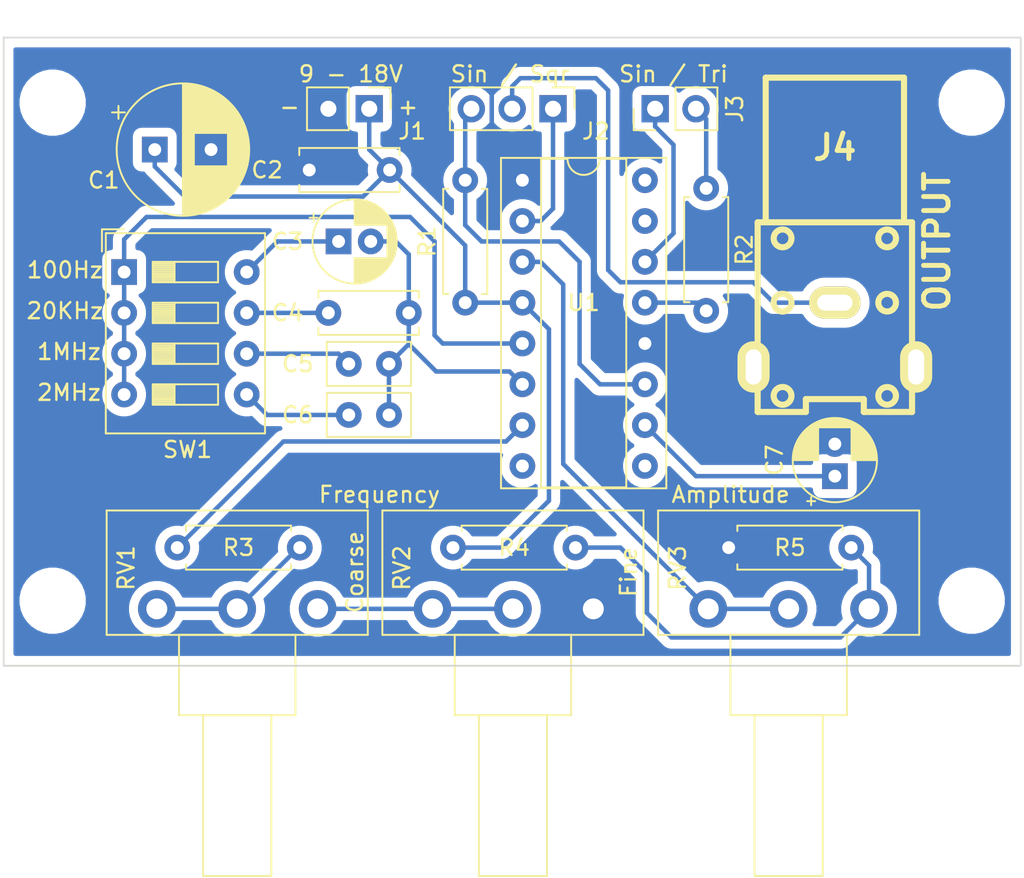
<source format=kicad_pcb>
(kicad_pcb (version 20211014) (generator pcbnew)
  (title_block (title "XR2206 1Hz - 2MHz Function Generator") (date "2022-12-04") (rev "v02.2") (comment 2 "https://www.gnu.org/licenses/gpl.html") (comment 3 "License: GNU General Public License (GPL) version 3") (comment 4 "Author: Poly Electronics"))
  (layers (0 "F.Cu" signal) (31 "B.Cu" signal) (34 "B.Paste" user) (35 "F.Paste" user) (36 "B.SilkS" user "B.Silkscreen") (37 "F.SilkS" user "F.Silkscreen") (38 "B.Mask" user) (39 "F.Mask" user) (44 "Edge.Cuts" user))
  (net 0 "")
  (net 1 "GND")
  (net 2 "+BATT")
  (net 3 "Net-(C3-Pad2)")
  (net 4 "Net-(C3-Pad1)")
  (net 5 "Net-(C4-Pad1)")
  (net 6 "Net-(C5-Pad1)")
  (net 7 "Net-(C6-Pad1)")
  (net 8 "Net-(C7-Pad1)")
  (net 9 "Net-(J2-Pad3)")
  (net 10 "Net-(J2-Pad2)")
  (net 11 "Net-(J2-Pad1)")
  (net 12 "Net-(J3-Pad2)")
  (net 13 "Net-(J3-Pad1)")
  (net 14 "Net-(R2-Pad2)")
  (net 15 "Net-(R3-Pad2)")
  (net 16 "Net-(R3-Pad1)")
  (net 17 "Net-(R4-Pad2)")
  (net 18 "Net-(RV1-Pad3)")
  (net 19 "Net-(RV3-Pad1)")
  (net 20 "Net-(SW1-Pad1)")
  (net 21 "Net-(U1-Pad16)")
  (net 22 "Net-(U1-Pad8)")
  (net 23 "Net-(U1-Pad15)")
  (net 24 "Net-(U1-Pad9)")
  (footprint "Capacitor_THT:CP_Radial_D8.0mm_P3.50mm" (layer "F.Cu") (at 128.524 89.535)
    (fp_text reference "C1" (at -3.175 1.905) (layer "F.SilkS"))
    (fp_text value "100u")
    (pad "1" thru_hole rect locked (at 0 0) (size 1.6 1.6) (drill 0.8) (layers *.Cu *.Mask) (net 2 "+BATT"))
    (pad "2" thru_hole circle locked (at 3.5 0) (size 1.6 1.6) (drill 0.8) (layers *.Cu *.Mask) (net 1 "GND"))
  )
  (footprint "Capacitor_THT:CP_Radial_D5.0mm_P2.00mm" (layer "F.Cu") (at 139.954 95.25)
    (fp_text reference "C3" (at -3.175 0) (layer "F.SilkS"))
    (fp_text value "10u")
    (pad "1" thru_hole rect locked (at 0 0) (size 1.6 1.6) (drill 0.8) (layers *.Cu *.Mask) (net 4 "Net-(C3-Pad1)"))
    (pad "2" thru_hole circle locked (at 2 0) (size 1.6 1.6) (drill 0.8) (layers *.Cu *.Mask) (net 3 "Net-(C3-Pad2)"))
  )
  (footprint "Capacitor_THT:C_Disc_D6.0mm_W2.5mm_P5.00mm" (layer "F.Cu") (at 139.319 99.695)
    (fp_text reference "C4" (at -2.54 0) (layer "F.SilkS"))
    (fp_text value "100n")
    (pad "1" thru_hole circle locked (at 0 0) (size 1.6 1.6) (drill 0.8) (layers *.Cu *.Mask) (net 5 "Net-(C4-Pad1)"))
    (pad "2" thru_hole circle locked (at 5 0) (size 1.6 1.6) (drill 0.8) (layers *.Cu *.Mask) (net 3 "Net-(C3-Pad2)"))
  )
  (footprint "Capacitor_THT:C_Disc_D5.0mm_W2.5mm_P2.50mm" (layer "F.Cu") (at 140.589 102.87)
    (fp_text reference "C5" (at -3.175 0) (layer "F.SilkS"))
    (fp_text value "1n")
    (pad "1" thru_hole circle locked (at 0 0) (size 1.6 1.6) (drill 0.8) (layers *.Cu *.Mask) (net 6 "Net-(C5-Pad1)"))
    (pad "2" thru_hole circle locked (at 2.5 0) (size 1.6 1.6) (drill 0.8) (layers *.Cu *.Mask) (net 3 "Net-(C3-Pad2)"))
  )
  (footprint "Capacitor_THT:C_Disc_D5.0mm_W2.5mm_P2.50mm" (layer "F.Cu") (at 140.589 106.045)
    (fp_text reference "C6" (at -3.175 0) (layer "F.SilkS"))
    (fp_text value "150p")
    (pad "1" thru_hole circle locked (at 0 0) (size 1.6 1.6) (drill 0.8) (layers *.Cu *.Mask) (net 7 "Net-(C6-Pad1)"))
    (pad "2" thru_hole circle locked (at 2.5 0) (size 1.6 1.6) (drill 0.8) (layers *.Cu *.Mask) (net 3 "Net-(C3-Pad2)"))
  )
  (footprint "Capacitor_THT:CP_Radial_D5.0mm_P2.00mm" (layer "F.Cu") (at 170.815 109.855 90)
    (fp_text reference "C7" (at 1 -3.75 90) (layer "F.SilkS"))
    (fp_text value "10u")
    (pad "1" thru_hole rect locked (at 0 0 90) (size 1.6 1.6) (drill 0.8) (layers *.Cu *.Mask) (net 8 "Net-(C7-Pad1)"))
    (pad "2" thru_hole circle locked (at 2 0 90) (size 1.6 1.6) (drill 0.8) (layers *.Cu *.Mask) (net 1 "GND"))
  )
  (footprint "Connector_PinHeader_2.54mm:PinHeader_1x02_P2.54mm_Vertical" (layer "F.Cu") (at 141.859 86.995 -90)
    (fp_text reference "J1" (at 1.397 -2.667 180) (layer "F.SilkS"))
    (fp_text value "POWER")
    (pad "1" thru_hole rect locked (at 0 0 270) (size 1.7 1.7) (drill 1) (layers *.Cu *.Mask) (net 2 "+BATT"))
    (pad "2" thru_hole oval locked (at 0 2.54 270) (size 1.7 1.7) (drill 1) (layers *.Cu *.Mask) (net 1 "GND"))
  )
  (footprint "Connector_PinHeader_2.54mm:PinHeader_1x03_P2.54mm_Vertical" (layer "F.Cu") (at 153.289 86.995 -90)
    (fp_text reference "J2" (at 1.397 -2.667 180) (layer "F.SilkS"))
    (fp_text value "Conn_01x03_Male")
    (pad "1" thru_hole rect locked (at 0 0 270) (size 1.7 1.7) (drill 1) (layers *.Cu *.Mask) (net 11 "Net-(J2-Pad1)"))
    (pad "2" thru_hole oval locked (at 0 2.54 270) (size 1.7 1.7) (drill 1) (layers *.Cu *.Mask) (net 10 "Net-(J2-Pad2)"))
    (pad "3" thru_hole oval locked (at 0 5.08 270) (size 1.7 1.7) (drill 1) (layers *.Cu *.Mask) (net 9 "Net-(J2-Pad3)"))
  )
  (footprint "Connector_Audio:rca_yellow" (layer "F.Cu") (at 170.815 99.06 180)
    (fp_text reference "J4" (at 0 9.652) (layer "F.SilkS") (effects (font (size 1.524 1.524) (thickness 0.3048))))
    (fp_text value "OUTPUT" (at -6.35 3.81 90) (layer "F.SilkS") (effects (font (size 1.524 1.524) (thickness 0.3048))))
    (pad "1" thru_hole oval locked (at 0 0 180) (size 3.19786 1.99898) (drill oval 2.1971 0.99568) (layers *.Cu *.Mask "F.SilkS") (net 10 "Net-(J2-Pad2)"))
    (pad "2" thru_hole oval locked (at 5.0546 -3.99796 180) (size 1.99898 3.19786) (drill oval 0.99568 2.1971) (layers *.Cu *.Mask "F.SilkS") (net 1 "GND"))
    (pad "2" thru_hole oval locked (at -5.0546 -3.99796 180) (size 1.99898 3.19786) (drill oval 0.99568 2.1971) (layers *.Cu *.Mask "F.SilkS") (net 1 "GND"))
  )
  (footprint "Resistor_THT:R_Axial_DIN0207_L6.3mm_D2.5mm_P7.62mm_Horizontal" (layer "F.Cu") (at 147.828 99.06 90)
    (fp_text reference "R1" (at 3.81 -2.37 90) (layer "F.SilkS"))
    (fp_text value "10K")
    (pad "1" thru_hole circle locked (at 0 0 90) (size 1.6 1.6) (drill 0.8) (layers *.Cu *.Mask) (net 2 "+BATT"))
    (pad "2" thru_hole oval locked (at 7.62 0 90) (size 1.6 1.6) (drill 0.8) (layers *.Cu *.Mask) (net 9 "Net-(J2-Pad3)"))
  )
  (footprint "Resistor_THT:R_Axial_DIN0207_L6.3mm_D2.5mm_P7.62mm_Horizontal" (layer "F.Cu") (at 162.814 91.948 -90)
    (fp_text reference "R2" (at 3.81 -2.37 90) (layer "F.SilkS"))
    (fp_text value "1K")
    (pad "1" thru_hole circle locked (at 0 0 270) (size 1.6 1.6) (drill 0.8) (layers *.Cu *.Mask) (net 12 "Net-(J3-Pad2)"))
    (pad "2" thru_hole oval locked (at 7.62 0 270) (size 1.6 1.6) (drill 0.8) (layers *.Cu *.Mask) (net 14 "Net-(R2-Pad2)"))
  )
  (footprint "Resistor_THT:R_Axial_DIN0207_L6.3mm_D2.5mm_P7.62mm_Horizontal" (layer "F.Cu") (at 129.921 114.3)
    (fp_text reference "R3" (at 3.81 0) (layer "F.SilkS"))
    (fp_text value "5K1")
    (pad "1" thru_hole circle locked (at 0 0) (size 1.6 1.6) (drill 0.8) (layers *.Cu *.Mask) (net 16 "Net-(R3-Pad1)"))
    (pad "2" thru_hole oval locked (at 7.62 0) (size 1.6 1.6) (drill 0.8) (layers *.Cu *.Mask) (net 15 "Net-(R3-Pad2)"))
  )
  (footprint "Resistor_THT:R_Axial_DIN0207_L6.3mm_D2.5mm_P7.62mm_Horizontal" (layer "F.Cu") (at 147.066 114.3)
    (fp_text reference "R4" (at 3.81 0) (layer "F.SilkS"))
    (fp_text value "5K1")
    (pad "1" thru_hole circle locked (at 0 0) (size 1.6 1.6) (drill 0.8) (layers *.Cu *.Mask) (net 2 "+BATT"))
    (pad "2" thru_hole oval locked (at 7.62 0) (size 1.6 1.6) (drill 0.8) (layers *.Cu *.Mask) (net 17 "Net-(R4-Pad2)"))
  )
  (footprint "Resistor_THT:R_Axial_DIN0207_L6.3mm_D2.5mm_P7.62mm_Horizontal" (layer "F.Cu") (at 171.831 114.3 180)
    (fp_text reference "R5" (at 3.81 0) (layer "F.SilkS"))
    (fp_text value "5K1")
    (pad "1" thru_hole circle locked (at 0 0 180) (size 1.6 1.6) (drill 0.8) (layers *.Cu *.Mask) (net 17 "Net-(R4-Pad2)"))
    (pad "2" thru_hole oval locked (at 7.62 0 180) (size 1.6 1.6) (drill 0.8) (layers *.Cu *.Mask) (net 1 "GND"))
  )
  (footprint "Potentiometer_THT:Potentiometer_Piher_T-16H_Single_Horizontal" (layer "F.Cu") (at 128.651 118.11 -90)
    (fp_text reference "RV1" (at -2.54 1.905 -90) (layer "F.SilkS"))
    (fp_text value "50K")
    (pad "1" thru_hole circle locked (at 0 0 270) (size 2.34 2.34) (drill 1.3) (layers *.Cu *.Mask) (net 15 "Net-(R3-Pad2)"))
    (pad "2" thru_hole circle locked (at 0 -5 270) (size 2.34 2.34) (drill 1.3) (layers *.Cu *.Mask) (net 15 "Net-(R3-Pad2)"))
    (pad "3" thru_hole circle locked (at 0 -10 270) (size 2.34 2.34) (drill 1.3) (layers *.Cu *.Mask) (net 18 "Net-(RV1-Pad3)"))
  )
  (footprint "Potentiometer_THT:Potentiometer_Piher_T-16H_Single_Horizontal" (layer "F.Cu") (at 145.796 118.11 -90)
    (fp_text reference "RV2" (at -2.54 1.905 90) (layer "F.SilkS"))
    (fp_text value "100K")
    (pad "1" thru_hole circle locked (at 0 0 270) (size 2.34 2.34) (drill 1.3) (layers *.Cu *.Mask) (net 18 "Net-(RV1-Pad3)"))
    (pad "2" thru_hole circle locked (at 0 -5 270) (size 2.34 2.34) (drill 1.3) (layers *.Cu *.Mask) (net 18 "Net-(RV1-Pad3)"))
    (pad "3" thru_hole circle locked (at 0 -10 270) (size 2.34 2.34) (drill 1.3) (layers *.Cu *.Mask) (net 1 "GND"))
  )
  (footprint "Potentiometer_THT:Potentiometer_Piher_T-16H_Single_Horizontal" (layer "F.Cu") (at 162.941 118.11 -90)
    (fp_text reference "RV3" (at -2.54 1.905 90) (layer "F.SilkS"))
    (fp_text value "100K")
    (pad "1" thru_hole circle locked (at 0 0 270) (size 2.34 2.34) (drill 1.3) (layers *.Cu *.Mask) (net 19 "Net-(RV3-Pad1)"))
    (pad "2" thru_hole circle locked (at 0 -5 270) (size 2.34 2.34) (drill 1.3) (layers *.Cu *.Mask) (net 19 "Net-(RV3-Pad1)"))
    (pad "3" thru_hole circle locked (at 0 -10 270) (size 2.34 2.34) (drill 1.3) (layers *.Cu *.Mask) (net 17 "Net-(R4-Pad2)"))
  )
  (footprint "Button_Switch_THT:SW_DIP_SPSTx04_Slide_9.78x12.34mm_W7.62mm_P2.54mm" (layer "F.Cu") (at 126.619 97.155)
    (fp_text reference "SW1" (at 3.937 11.049) (layer "F.SilkS"))
    (fp_text value "SW_DIP_x04")
    (pad "1" thru_hole rect locked (at 0 0) (size 1.6 1.6) (drill 0.8) (layers *.Cu *.Mask) (net 20 "Net-(SW1-Pad1)"))
    (pad "2" thru_hole oval locked (at 0 2.54) (size 1.6 1.6) (drill 0.8) (layers *.Cu *.Mask) (net 20 "Net-(SW1-Pad1)"))
    (pad "3" thru_hole oval locked (at 0 5.08) (size 1.6 1.6) (drill 0.8) (layers *.Cu *.Mask) (net 20 "Net-(SW1-Pad1)"))
    (pad "4" thru_hole oval locked (at 0 7.62) (size 1.6 1.6) (drill 0.8) (layers *.Cu *.Mask) (net 20 "Net-(SW1-Pad1)"))
    (pad "5" thru_hole oval locked (at 7.62 7.62) (size 1.6 1.6) (drill 0.8) (layers *.Cu *.Mask) (net 7 "Net-(C6-Pad1)"))
    (pad "6" thru_hole oval locked (at 7.62 5.08) (size 1.6 1.6) (drill 0.8) (layers *.Cu *.Mask) (net 6 "Net-(C5-Pad1)"))
    (pad "7" thru_hole oval locked (at 7.62 2.54) (size 1.6 1.6) (drill 0.8) (layers *.Cu *.Mask) (net 5 "Net-(C4-Pad1)"))
    (pad "8" thru_hole oval locked (at 7.62 0) (size 1.6 1.6) (drill 0.8) (layers *.Cu *.Mask) (net 4 "Net-(C3-Pad1)"))
  )
  (footprint "Package_DIP:DIP-16_W7.62mm_Socket" (layer "F.Cu") (at 151.384 91.44)
    (fp_text reference "U1" (at 3.81 7.62) (layer "F.SilkS"))
    (fp_text value "XR2206CP-F")
    (pad "1" thru_hole rect locked (at 0 0) (size 1.6 1.6) (drill 0.8) (layers *.Cu *.Mask) (net 1 "GND"))
    (pad "2" thru_hole oval locked (at 0 2.54) (size 1.6 1.6) (drill 0.8) (layers *.Cu *.Mask) (net 11 "Net-(J2-Pad1)"))
    (pad "3" thru_hole oval locked (at 0 5.08) (size 1.6 1.6) (drill 0.8) (layers *.Cu *.Mask) (net 19 "Net-(RV3-Pad1)"))
    (pad "4" thru_hole oval locked (at 0 7.62) (size 1.6 1.6) (drill 0.8) (layers *.Cu *.Mask) (net 2 "+BATT"))
    (pad "5" thru_hole oval locked (at 0 10.16) (size 1.6 1.6) (drill 0.8) (layers *.Cu *.Mask) (net 20 "Net-(SW1-Pad1)"))
    (pad "6" thru_hole oval locked (at 0 12.7) (size 1.6 1.6) (drill 0.8) (layers *.Cu *.Mask) (net 3 "Net-(C3-Pad2)"))
    (pad "7" thru_hole oval locked (at 0 15.24) (size 1.6 1.6) (drill 0.8) (layers *.Cu *.Mask) (net 16 "Net-(R3-Pad1)"))
    (pad "8" thru_hole oval locked (at 0 17.78) (size 1.6 1.6) (drill 0.8) (layers *.Cu *.Mask) (net 22 "Net-(U1-Pad8)"))
    (pad "9" thru_hole oval locked (at 7.62 17.78) (size 1.6 1.6) (drill 0.8) (layers *.Cu *.Mask) (net 24 "Net-(U1-Pad9)"))
    (pad "10" thru_hole oval locked (at 7.62 15.24) (size 1.6 1.6) (drill 0.8) (layers *.Cu *.Mask) (net 8 "Net-(C7-Pad1)"))
    (pad "11" thru_hole oval locked (at 7.62 12.7) (size 1.6 1.6) (drill 0.8) (layers *.Cu *.Mask) (net 9 "Net-(J2-Pad3)"))
    (pad "12" thru_hole oval locked (at 7.62 10.16) (size 1.6 1.6) (drill 0.8) (layers *.Cu *.Mask) (net 1 "GND"))
    (pad "13" thru_hole oval locked (at 7.62 7.62) (size 1.6 1.6) (drill 0.8) (layers *.Cu *.Mask) (net 14 "Net-(R2-Pad2)"))
    (pad "14" thru_hole oval locked (at 7.62 5.08) (size 1.6 1.6) (drill 0.8) (layers *.Cu *.Mask) (net 13 "Net-(J3-Pad1)"))
    (pad "15" thru_hole oval locked (at 7.62 2.54) (size 1.6 1.6) (drill 0.8) (layers *.Cu *.Mask) (net 23 "Net-(U1-Pad15)"))
    (pad "16" thru_hole oval locked (at 7.62 0) (size 1.6 1.6) (drill 0.8) (layers *.Cu *.Mask) (net 21 "Net-(U1-Pad16)"))
  )
  (footprint "MountingHole:MountingHole_3mm" (layer "F.Cu") (at 122.174 86.614)
    (fp_text reference "H1" hide)
    (fp_text value "MountingHole" hide)
    (pad "" np_thru_hole circle locked (at 0 0) (size 3 3) (drill 3) (layers *.Cu *.Mask))
  )
  (footprint "MountingHole:MountingHole_3mm" (layer "F.Cu") (at 122.174 117.602)
    (fp_text reference "H3" hide)
    (fp_text value "MountingHole" hide)
    (pad "" np_thru_hole circle locked (at 0 0) (size 3 3) (drill 3) (layers *.Cu *.Mask))
  )
  (footprint "MountingHole:MountingHole_3mm" (layer "F.Cu") (at 179.324 117.602)
    (fp_text reference "H4" hide)
    (fp_text value "MountingHole" hide)
    (pad "" np_thru_hole circle locked (at 0 0) (size 3 3) (drill 3) (layers *.Cu *.Mask))
  )
  (footprint "Capacitor_THT:C_Disc_D6.0mm_W2.5mm_P5.00mm" (layer "F.Cu") (at 143.129 90.805 180)
    (fp_text reference "C2" (at 7.62 0) (layer "F.SilkS"))
    (fp_text value "100n")
    (pad "1" thru_hole circle locked (at 0 0 180) (size 1.6 1.6) (drill 0.8) (layers *.Cu *.Mask) (net 2 "+BATT"))
    (pad "2" thru_hole circle locked (at 5 0 180) (size 1.6 1.6) (drill 0.8) (layers *.Cu *.Mask) (net 1 "GND"))
  )
  (footprint "MountingHole:MountingHole_3mm" (layer "F.Cu") (at 179.324 86.614)
    (fp_text reference "H2" hide)
    (fp_text value "MountingHole" hide)
    (pad "" np_thru_hole circle locked (at 0 0) (size 3 3) (drill 3) (layers *.Cu *.Mask))
  )
  (footprint "Connector_PinHeader_2.54mm:PinHeader_1x02_P2.54mm_Vertical" (layer "F.Cu") (at 159.639 86.995 90)
    (fp_text reference "J3" (at 0 4.953 90) (layer "F.SilkS"))
    (fp_text value "Conn_01x02_Male")
    (pad "1" thru_hole rect locked (at 0 0 90) (size 1.7 1.7) (drill 1) (layers *.Cu *.Mask) (net 13 "Net-(J3-Pad1)"))
    (pad "2" thru_hole oval locked (at 0 2.54 90) (size 1.7 1.7) (drill 1) (layers *.Cu *.Mask) (net 12 "Net-(J3-Pad2)"))
  )
  (gr_line (start 182.372 121.65) (end 119.126 121.65) (layer "Edge.Cuts") (width 0.1))
  (gr_line (start 119.126 121.65) (end 119.126 82.566) (layer "Edge.Cuts") (width 0.1))
  (gr_line (start 119.126 82.566) (end 182.372 82.566) (layer "Edge.Cuts") (width 0.1))
  (gr_line (start 182.372 82.566) (end 182.372 121.65) (layer "Edge.Cuts") (width 0.1))
  (gr_text "100Hz" (at 122.936 97.028) (layer "F.SilkS") (effects (font (size 1 1))))
  (gr_text "+" (at 144.272 86.868) (layer "F.SilkS") (effects (font (size 1 1))))
  (gr_text "2MHz" (at 123.19 104.648) (layer "F.SilkS") (effects (font (size 1 1))))
  (gr_text "Amplitude" (at 164.338 110.998) (layer "F.SilkS") (effects (font (size 1 1))))
  (gr_text "Fine" (at 157.988 115.824 90) (layer "F.SilkS") (effects (font (size 1 1))))
  (gr_text "9 - 18V" (at 140.716 84.836) (layer "F.SilkS") (effects (font (size 1 1))))
  (gr_text "-" (at 136.906 86.868) (layer "F.SilkS") (effects (font (size 1 1))))
  (gr_text "Sin / Sqr" (at 150.622 84.836) (layer "F.SilkS") (effects (font (size 1 1))))
  (gr_text "1MHz" (at 123.19 102.108) (layer "F.SilkS") (effects (font (size 1 1))))
  (gr_text "Frequency" (at 142.494 110.998) (layer "F.SilkS") (effects (font (size 1 1))))
  (gr_text "Coarse" (at 140.97 115.824 90) (layer "F.SilkS") (effects (font (size 1 1))))
  (gr_text "20KHz" (at 122.936 99.568) (layer "F.SilkS") (effects (font (size 1 1))))
  (gr_text "Sin / Tri" (at 160.782 84.836) (layer "F.SilkS") (effects (font (size 1 1))))
  (segment (start 149.098 85.217) (end 139.827 85.217) (width 0.2794) (layer "B.Cu") (net 1))
  (segment (start 149.479 90.589) (end 149.479 85.598) (width 0.2794) (layer "B.Cu") (net 1))
  (segment (start 149.479 85.598) (end 149.098 85.217) (width 0.2794) (layer "B.Cu") (net 1))
  (segment (start 139.827 85.217) (end 139.319 85.725) (width 0.2794) (layer "B.Cu") (net 1))
  (segment (start 151.384 91.44) (end 150.33 91.44) (width 0.2794) (layer "B.Cu") (net 1))
  (segment (start 150.33 91.44) (end 149.479 90.589) (width 0.2794) (layer "B.Cu") (net 1))
  (segment (start 139.319 85.725) (end 139.319 86.995) (width 0.2794) (layer "B.Cu") (net 1))
  (segment (start 128.524 89.535) (end 128.524 90.589) (width 0.2794) (layer "B.Cu") (net 2))
  (segment (start 150.114 114.3) (end 153.035 111.379) (width 0.2794) (layer "B.Cu") (net 2))
  (segment (start 153.035 100.711) (end 151.384 99.06) (width 0.2794) (layer "B.Cu") (net 2))
  (segment (start 153.035 111.379) (end 153.035 100.711) (width 0.2794) (layer "B.Cu") (net 2))
  (segment (start 130.391 92.456) (end 141.478 92.456) (width 0.2794) (layer "B.Cu") (net 2))
  (segment (start 147.828 95.504) (end 143.129 90.805) (width 0.2794) (layer "B.Cu") (net 2))
  (segment (start 147.828 99.06) (end 151.384 99.06) (width 0.2794) (layer "B.Cu") (net 2))
  (segment (start 128.524 90.589) (end 130.391 92.456) (width 0.2794) (layer "B.Cu") (net 2))
  (segment (start 141.478 92.456) (end 143.129 90.805) (width 0.2794) (layer "B.Cu") (net 2))
  (segment (start 147.066 114.3) (end 150.114 114.3) (width 0.2794) (layer "B.Cu") (net 2))
  (segment (start 141.859 89.535) (end 141.859 86.995) (width 0.2794) (layer "B.Cu") (net 2))
  (segment (start 143.129 90.805) (end 141.859 89.535) (width 0.2794) (layer "B.Cu") (net 2))
  (segment (start 147.828 99.06) (end 147.828 95.504) (width 0.2794) (layer "B.Cu") (net 2))
  (segment (start 144.319 99.695) (end 144.319 96.059) (width 0.2794) (layer "B.Cu") (net 3))
  (segment (start 150.584001 103.340001) (end 146.019001 103.340001) (width 0.2794) (layer "B.Cu") (net 3))
  (segment (start 151.384 104.14) (end 150.584001 103.340001) (width 0.2794) (layer "B.Cu") (net 3))
  (segment (start 143.089 104.00137) (end 143.089 106.045) (width 0.2794) (layer "B.Cu") (net 3))
  (segment (start 144.319 101.64) (end 143.089 102.87) (width 0.2794) (layer "B.Cu") (net 3))
  (segment (start 144.319 99.695) (end 144.319 101.64) (width 0.2794) (layer "B.Cu") (net 3))
  (segment (start 143.51 95.25) (end 141.954 95.25) (width 0.2794) (layer "B.Cu") (net 3))
  (segment (start 143.089 102.87) (end 143.089 104.00137) (width 0.2794) (layer "B.Cu") (net 3))
  (segment (start 146.019001 103.340001) (end 144.319 101.64) (width 0.2794) (layer "B.Cu") (net 3))
  (segment (start 144.319 96.059) (end 143.51 95.25) (width 0.2794) (layer "B.Cu") (net 3))
  (segment (start 139.954 95.25) (end 136.144 95.25) (width 0.2794) (layer "B.Cu") (net 4))
  (segment (start 136.144 95.25) (end 134.239 97.155) (width 0.2794) (layer "B.Cu") (net 4))
  (segment (start 134.239 99.695) (end 139.319 99.695) (width 0.2794) (layer "B.Cu") (net 5))
  (segment (start 134.239 102.235) (end 139.954 102.235) (width 0.2794) (layer "B.Cu") (net 6))
  (segment (start 139.954 102.235) (end 140.589 102.87) (width 0.2794) (layer "B.Cu") (net 6))
  (segment (start 134.239 104.775) (end 135.509 106.045) (width 0.2794) (layer "B.Cu") (net 7))
  (segment (start 135.509 106.045) (end 140.589 106.045) (width 0.2794) (layer "B.Cu") (net 7))
  (segment (start 162.179 109.855) (end 170.815 109.855) (width 0.2794) (layer "B.Cu") (net 8))
  (segment (start 159.004 106.68) (end 162.179 109.855) (width 0.2794) (layer "B.Cu") (net 8))
  (segment (start 153.67 95.25) (end 148.844 95.25) (width 0.2794) (layer "B.Cu") (net 9))
  (segment (start 156.21 104.14) (end 154.94 102.87) (width 0.2794) (layer "B.Cu") (net 9))
  (segment (start 159.004 104.14) (end 156.21 104.14) (width 0.2794) (layer "B.Cu") (net 9))
  (segment (start 148.844 95.25) (end 147.828 94.234) (width 0.2794) (layer "B.Cu") (net 9))
  (segment (start 154.94 102.87) (end 154.94 96.52) (width 0.2794) (layer "B.Cu") (net 9))
  (segment (start 154.94 96.52) (end 153.67 95.25) (width 0.2794) (layer "B.Cu") (net 9))
  (segment (start 147.828 94.234) (end 147.828 91.44) (width 0.2794) (layer "B.Cu") (net 9))
  (segment (start 147.828 91.44) (end 147.828 87.376) (width 0.2794) (layer "B.Cu") (net 9))
  (segment (start 147.828 87.376) (end 148.209 86.995) (width 0.2794) (layer "B.Cu") (net 9))
  (segment (start 151.257 85.09) (end 155.956 85.09) (width 0.2794) (layer "B.Cu") (net 10))
  (segment (start 156.718 97.028) (end 157.48 97.79) (width 0.2794) (layer "B.Cu") (net 10))
  (segment (start 157.48 97.79) (end 165.735 97.79) (width 0.2794) (layer "B.Cu") (net 10))
  (segment (start 167.005 99.06) (end 170.815 99.06) (width 0.2794) (layer "B.Cu") (net 10))
  (segment (start 155.956 85.09) (end 156.718 85.852) (width 0.2794) (layer "B.Cu") (net 10))
  (segment (start 150.749 85.598) (end 151.257 85.09) (width 0.2794) (layer "B.Cu") (net 10))
  (segment (start 150.749 86.995) (end 150.749 85.598) (width 0.2794) (layer "B.Cu") (net 10))
  (segment (start 156.718 85.852) (end 156.718 97.028) (width 0.2794) (layer "B.Cu") (net 10))
  (segment (start 165.735 97.79) (end 167.005 99.06) (width 0.2794) (layer "B.Cu") (net 10))
  (segment (start 153.289 88.099) (end 153.289 86.995) (width 0.2794) (layer "B.Cu") (net 11))
  (segment (start 151.384 93.98) (end 152.51537 93.98) (width 0.2794) (layer "B.Cu") (net 11))
  (segment (start 152.51537 93.98) (end 153.289 93.20637) (width 0.2794) (layer "B.Cu") (net 11))
  (segment (start 153.289 93.20637) (end 153.289 88.099) (width 0.2794) (layer "B.Cu") (net 11))
  (segment (start 162.814 87.63) (end 162.179 86.995) (width 0.2794) (layer "B.Cu") (net 12))
  (segment (start 162.814 91.948) (end 162.814 87.63) (width 0.2794) (layer "B.Cu") (net 12))
  (segment (start 160.782 89.242) (end 160.782 94.742) (width 0.2794) (layer "B.Cu") (net 13))
  (segment (start 159.639 86.995) (end 159.639 88.099) (width 0.2794) (layer "B.Cu") (net 13))
  (segment (start 159.639 88.099) (end 160.782 89.242) (width 0.2794) (layer "B.Cu") (net 13))
  (segment (start 159.004 96.52) (end 160.782 94.742) (width 0.2794) (layer "B.Cu") (net 13))
  (segment (start 159.004 99.06) (end 162.306 99.06) (width 0.2794) (layer "B.Cu") (net 14))
  (segment (start 162.306 99.06) (end 162.814 99.568) (width 0.2794) (layer "B.Cu") (net 14))
  (segment (start 133.651 118.11) (end 137.461 114.3) (width 0.2794) (layer "B.Cu") (net 15))
  (segment (start 137.461 114.3) (end 137.541 114.3) (width 0.2794) (layer "B.Cu") (net 15))
  (segment (start 128.651 118.11) (end 130.305629 118.11) (width 0.2794) (layer "B.Cu") (net 15))
  (segment (start 130.305629 118.11) (end 133.651 118.11) (width 0.2794) (layer "B.Cu") (net 15))
  (segment (start 136.525 107.696) (end 150.368 107.696) (width 0.2794) (layer "B.Cu") (net 16))
  (segment (start 150.368 107.696) (end 151.384 106.68) (width 0.2794) (layer "B.Cu") (net 16))
  (segment (start 129.921 114.3) (end 136.525 107.696) (width 0.2794) (layer "B.Cu") (net 16))
  (segment (start 172.941 115.41) (end 171.831 114.3) (width 0.2794) (layer "B.Cu") (net 17))
  (segment (start 160.655 119.888) (end 159.131 118.364) (width 0.2794) (layer "B.Cu") (net 17))
  (segment (start 157.48 114.3) (end 159.131 115.951) (width 0.2794) (layer "B.Cu") (net 17))
  (segment (start 172.941 118.11) (end 172.941 115.41) (width 0.2794) (layer "B.Cu") (net 17))
  (segment (start 154.686 114.3) (end 157.48 114.3) (width 0.2794) (layer "B.Cu") (net 17))
  (segment (start 172.941 118.11) (end 171.163 119.888) (width 0.2794) (layer "B.Cu") (net 17))
  (segment (start 159.131 115.951) (end 159.131 118.364) (width 0.2794) (layer "B.Cu") (net 17))
  (segment (start 171.163 119.888) (end 160.655 119.888) (width 0.2794) (layer "B.Cu") (net 17))
  (segment (start 138.651 118.11) (end 145.796 118.11) (width 0.2794) (layer "B.Cu") (net 18))
  (segment (start 150.796 118.11) (end 145.796 118.11) (width 0.2794) (layer "B.Cu") (net 18))
  (segment (start 167.941 118.11) (end 162.941 118.11) (width 0.2794) (layer "B.Cu") (net 19))
  (segment (start 153.924 109.093) (end 162.941 118.11) (width 0.2794) (layer "B.Cu") (net 19))
  (segment (start 153.924 97.92863) (end 153.924 109.093) (width 0.2794) (layer "B.Cu") (net 19))
  (segment (start 151.384 96.52) (end 152.51537 96.52) (width 0.2794) (layer "B.Cu") (net 19))
  (segment (start 152.51537 96.52) (end 153.924 97.92863) (width 0.2794) (layer "B.Cu") (net 19))
  (segment (start 126.619 104.775) (end 126.619 102.235) (width 0.2794) (layer "B.Cu") (net 20))
  (segment (start 126.619 99.695) (end 126.619 102.235) (width 0.2794) (layer "B.Cu") (net 20))
  (segment (start 126.619 97.155) (end 126.619 95.123) (width 0.2794) (layer "B.Cu") (net 20))
  (segment (start 145.923 95.25) (end 145.923 101.092) (width 0.2794) (layer "B.Cu") (net 20))
  (segment (start 145.923 101.092) (end 146.431 101.6) (width 0.2794) (layer "B.Cu") (net 20))
  (segment (start 126.619 95.123) (end 128.016 93.726) (width 0.2794) (layer "B.Cu") (net 20))
  (segment (start 144.399 93.726) (end 145.923 95.25) (width 0.2794) (layer "B.Cu") (net 20))
  (segment (start 150.25263 101.6) (end 151.384 101.6) (width 0.2794) (layer "B.Cu") (net 20))
  (segment (start 146.431 101.6) (end 150.25263 101.6) (width 0.2794) (layer "B.Cu") (net 20))
  (segment (start 126.619 97.155) (end 126.619 99.695) (width 0.2794) (layer "B.Cu") (net 20))
  (segment (start 128.016 93.726) (end 144.399 93.726) (width 0.2794) (layer "B.Cu") (net 20))
  (zone (net 1) (net_name "GND") (layer "B.Cu") (connect_pads yes (clearance 0.558)) (min_thickness 0.279) (fill yes (thermal_gap 0.508) (thermal_bridge_width 0.508) (smoothing fillet))
    (polygon (pts (xy 182.372 121.6406) (xy 119.1514 121.6406) (xy 119.126 82.5754) (xy 182.372 82.5754)))
  )
)
</source>
